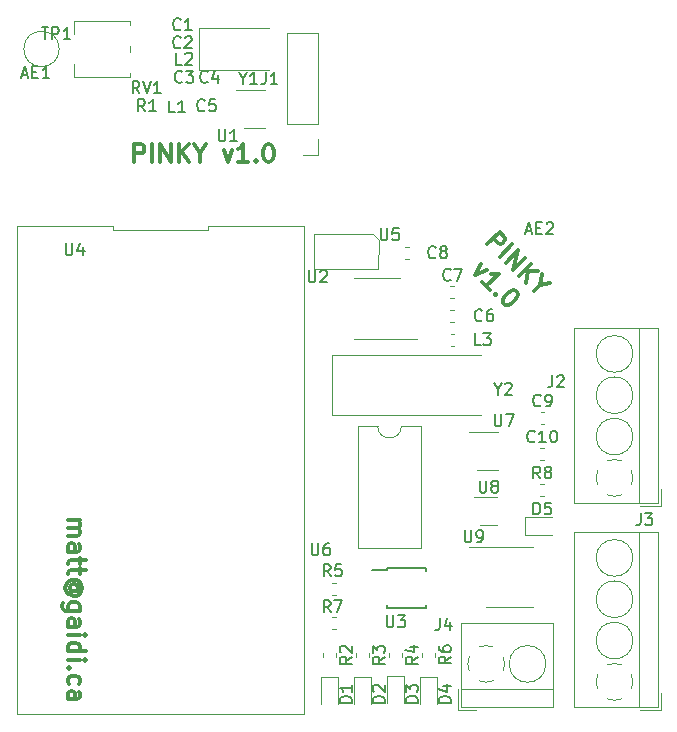
<source format=gbr>
G04 #@! TF.GenerationSoftware,KiCad,Pcbnew,(5.1.5-0-10_14)*
G04 #@! TF.CreationDate,2020-06-30T17:37:43-04:00*
G04 #@! TF.ProjectId,Pinky,50696e6b-792e-46b6-9963-61645f706362,rev?*
G04 #@! TF.SameCoordinates,Original*
G04 #@! TF.FileFunction,Legend,Top*
G04 #@! TF.FilePolarity,Positive*
%FSLAX46Y46*%
G04 Gerber Fmt 4.6, Leading zero omitted, Abs format (unit mm)*
G04 Created by KiCad (PCBNEW (5.1.5-0-10_14)) date 2020-06-30 17:37:43*
%MOMM*%
%LPD*%
G04 APERTURE LIST*
%ADD10C,0.300000*%
%ADD11C,0.120000*%
%ADD12C,0.150000*%
G04 APERTURE END LIST*
D10*
X119590428Y-99870571D02*
X120590428Y-99870571D01*
X120447571Y-99870571D02*
X120519000Y-99942000D01*
X120590428Y-100084857D01*
X120590428Y-100299142D01*
X120519000Y-100442000D01*
X120376142Y-100513428D01*
X119590428Y-100513428D01*
X120376142Y-100513428D02*
X120519000Y-100584857D01*
X120590428Y-100727714D01*
X120590428Y-100942000D01*
X120519000Y-101084857D01*
X120376142Y-101156285D01*
X119590428Y-101156285D01*
X119590428Y-102513428D02*
X120376142Y-102513428D01*
X120519000Y-102442000D01*
X120590428Y-102299142D01*
X120590428Y-102013428D01*
X120519000Y-101870571D01*
X119661857Y-102513428D02*
X119590428Y-102370571D01*
X119590428Y-102013428D01*
X119661857Y-101870571D01*
X119804714Y-101799142D01*
X119947571Y-101799142D01*
X120090428Y-101870571D01*
X120161857Y-102013428D01*
X120161857Y-102370571D01*
X120233285Y-102513428D01*
X120590428Y-103013428D02*
X120590428Y-103584857D01*
X121090428Y-103227714D02*
X119804714Y-103227714D01*
X119661857Y-103299142D01*
X119590428Y-103442000D01*
X119590428Y-103584857D01*
X120590428Y-103870571D02*
X120590428Y-104442000D01*
X121090428Y-104084857D02*
X119804714Y-104084857D01*
X119661857Y-104156285D01*
X119590428Y-104299142D01*
X119590428Y-104442000D01*
X120304714Y-105870571D02*
X120376142Y-105799142D01*
X120447571Y-105656285D01*
X120447571Y-105513428D01*
X120376142Y-105370571D01*
X120304714Y-105299142D01*
X120161857Y-105227714D01*
X120019000Y-105227714D01*
X119876142Y-105299142D01*
X119804714Y-105370571D01*
X119733285Y-105513428D01*
X119733285Y-105656285D01*
X119804714Y-105799142D01*
X119876142Y-105870571D01*
X120447571Y-105870571D02*
X119876142Y-105870571D01*
X119804714Y-105942000D01*
X119804714Y-106013428D01*
X119876142Y-106156285D01*
X120019000Y-106227714D01*
X120376142Y-106227714D01*
X120590428Y-106084857D01*
X120733285Y-105870571D01*
X120804714Y-105584857D01*
X120733285Y-105299142D01*
X120590428Y-105084857D01*
X120376142Y-104942000D01*
X120090428Y-104870571D01*
X119804714Y-104942000D01*
X119590428Y-105084857D01*
X119447571Y-105299142D01*
X119376142Y-105584857D01*
X119447571Y-105870571D01*
X119590428Y-106084857D01*
X120590428Y-107513428D02*
X119376142Y-107513428D01*
X119233285Y-107442000D01*
X119161857Y-107370571D01*
X119090428Y-107227714D01*
X119090428Y-107013428D01*
X119161857Y-106870571D01*
X119661857Y-107513428D02*
X119590428Y-107370571D01*
X119590428Y-107084857D01*
X119661857Y-106942000D01*
X119733285Y-106870571D01*
X119876142Y-106799142D01*
X120304714Y-106799142D01*
X120447571Y-106870571D01*
X120519000Y-106942000D01*
X120590428Y-107084857D01*
X120590428Y-107370571D01*
X120519000Y-107513428D01*
X119590428Y-108870571D02*
X120376142Y-108870571D01*
X120519000Y-108799142D01*
X120590428Y-108656285D01*
X120590428Y-108370571D01*
X120519000Y-108227714D01*
X119661857Y-108870571D02*
X119590428Y-108727714D01*
X119590428Y-108370571D01*
X119661857Y-108227714D01*
X119804714Y-108156285D01*
X119947571Y-108156285D01*
X120090428Y-108227714D01*
X120161857Y-108370571D01*
X120161857Y-108727714D01*
X120233285Y-108870571D01*
X119590428Y-109584857D02*
X120590428Y-109584857D01*
X121090428Y-109584857D02*
X121019000Y-109513428D01*
X120947571Y-109584857D01*
X121019000Y-109656285D01*
X121090428Y-109584857D01*
X120947571Y-109584857D01*
X119590428Y-110942000D02*
X121090428Y-110942000D01*
X119661857Y-110942000D02*
X119590428Y-110799142D01*
X119590428Y-110513428D01*
X119661857Y-110370571D01*
X119733285Y-110299142D01*
X119876142Y-110227714D01*
X120304714Y-110227714D01*
X120447571Y-110299142D01*
X120519000Y-110370571D01*
X120590428Y-110513428D01*
X120590428Y-110799142D01*
X120519000Y-110942000D01*
X119590428Y-111656285D02*
X120590428Y-111656285D01*
X121090428Y-111656285D02*
X121019000Y-111584857D01*
X120947571Y-111656285D01*
X121019000Y-111727714D01*
X121090428Y-111656285D01*
X120947571Y-111656285D01*
X119733285Y-112370571D02*
X119661857Y-112442000D01*
X119590428Y-112370571D01*
X119661857Y-112299142D01*
X119733285Y-112370571D01*
X119590428Y-112370571D01*
X119661857Y-113727714D02*
X119590428Y-113584857D01*
X119590428Y-113299142D01*
X119661857Y-113156285D01*
X119733285Y-113084857D01*
X119876142Y-113013428D01*
X120304714Y-113013428D01*
X120447571Y-113084857D01*
X120519000Y-113156285D01*
X120590428Y-113299142D01*
X120590428Y-113584857D01*
X120519000Y-113727714D01*
X119590428Y-115013428D02*
X120376142Y-115013428D01*
X120519000Y-114942000D01*
X120590428Y-114799142D01*
X120590428Y-114513428D01*
X120519000Y-114370571D01*
X119661857Y-115013428D02*
X119590428Y-114870571D01*
X119590428Y-114513428D01*
X119661857Y-114370571D01*
X119804714Y-114299142D01*
X119947571Y-114299142D01*
X120090428Y-114370571D01*
X120161857Y-114513428D01*
X120161857Y-114870571D01*
X120233285Y-115013428D01*
X155068925Y-76501448D02*
X156129585Y-75440788D01*
X156533647Y-75844849D01*
X156584154Y-75996372D01*
X156584154Y-76097387D01*
X156533647Y-76248910D01*
X156382124Y-76400433D01*
X156230601Y-76450941D01*
X156129585Y-76450941D01*
X155978063Y-76400433D01*
X155574002Y-75996372D01*
X156129585Y-77562108D02*
X157190246Y-76501448D01*
X156634662Y-78067185D02*
X157695322Y-77006525D01*
X157240753Y-78673276D01*
X158301413Y-77612616D01*
X157745830Y-79178352D02*
X158806490Y-78117692D01*
X158351921Y-79784444D02*
X158503444Y-78723784D01*
X159412581Y-78723784D02*
X158200398Y-78723784D01*
X159513597Y-79935967D02*
X159008520Y-80441043D01*
X159715627Y-79026830D02*
X159513597Y-79935967D01*
X160422734Y-79733936D01*
X154528494Y-78153047D02*
X154073925Y-79112692D01*
X155033570Y-78658124D01*
X155286108Y-80324875D02*
X154680017Y-79718784D01*
X154983063Y-80021830D02*
X156043723Y-78961169D01*
X155791185Y-79011677D01*
X155589154Y-79011677D01*
X155437631Y-78961169D01*
X155841692Y-80678429D02*
X155841692Y-80779444D01*
X155740677Y-80779444D01*
X155740677Y-80678429D01*
X155841692Y-80678429D01*
X155740677Y-80779444D01*
X157508444Y-80425891D02*
X157609459Y-80526906D01*
X157659967Y-80678429D01*
X157659967Y-80779444D01*
X157609459Y-80930967D01*
X157457936Y-81183505D01*
X157205398Y-81436043D01*
X156952860Y-81587566D01*
X156801337Y-81638074D01*
X156700322Y-81638074D01*
X156548799Y-81587566D01*
X156447784Y-81486551D01*
X156397276Y-81335028D01*
X156397276Y-81234013D01*
X156447784Y-81082490D01*
X156599307Y-80829952D01*
X156851845Y-80577413D01*
X157104383Y-80425891D01*
X157255906Y-80375383D01*
X157356921Y-80375383D01*
X157508444Y-80425891D01*
X125206857Y-69512571D02*
X125206857Y-68012571D01*
X125778285Y-68012571D01*
X125921142Y-68084000D01*
X125992571Y-68155428D01*
X126064000Y-68298285D01*
X126064000Y-68512571D01*
X125992571Y-68655428D01*
X125921142Y-68726857D01*
X125778285Y-68798285D01*
X125206857Y-68798285D01*
X126706857Y-69512571D02*
X126706857Y-68012571D01*
X127421142Y-69512571D02*
X127421142Y-68012571D01*
X128278285Y-69512571D01*
X128278285Y-68012571D01*
X128992571Y-69512571D02*
X128992571Y-68012571D01*
X129849714Y-69512571D02*
X129206857Y-68655428D01*
X129849714Y-68012571D02*
X128992571Y-68869714D01*
X130778285Y-68798285D02*
X130778285Y-69512571D01*
X130278285Y-68012571D02*
X130778285Y-68798285D01*
X131278285Y-68012571D01*
X132778285Y-68512571D02*
X133135428Y-69512571D01*
X133492571Y-68512571D01*
X134849714Y-69512571D02*
X133992571Y-69512571D01*
X134421142Y-69512571D02*
X134421142Y-68012571D01*
X134278285Y-68226857D01*
X134135428Y-68369714D01*
X133992571Y-68441142D01*
X135492571Y-69369714D02*
X135564000Y-69441142D01*
X135492571Y-69512571D01*
X135421142Y-69441142D01*
X135492571Y-69369714D01*
X135492571Y-69512571D01*
X136492571Y-68012571D02*
X136635428Y-68012571D01*
X136778285Y-68084000D01*
X136849714Y-68155428D01*
X136921142Y-68298285D01*
X136992571Y-68584000D01*
X136992571Y-68941142D01*
X136921142Y-69226857D01*
X136849714Y-69369714D01*
X136778285Y-69441142D01*
X136635428Y-69512571D01*
X136492571Y-69512571D01*
X136349714Y-69441142D01*
X136278285Y-69369714D01*
X136206857Y-69226857D01*
X136135428Y-68941142D01*
X136135428Y-68584000D01*
X136206857Y-68298285D01*
X136278285Y-68155428D01*
X136349714Y-68084000D01*
X136492571Y-68012571D01*
D11*
X130676000Y-61744000D02*
X136576000Y-61744000D01*
X130676000Y-58144000D02*
X130676000Y-61744000D01*
X136576000Y-58144000D02*
X130676000Y-58144000D01*
X141958000Y-90942000D02*
X154558000Y-90942000D01*
X141958000Y-85842000D02*
X141958000Y-90942000D01*
X154558000Y-85842000D02*
X141958000Y-85842000D01*
X156972000Y-102088000D02*
X153522000Y-102088000D01*
X156972000Y-102088000D02*
X158922000Y-102088000D01*
X156972000Y-107208000D02*
X155022000Y-107208000D01*
X156972000Y-107208000D02*
X158922000Y-107208000D01*
X154494000Y-100220000D02*
X155894000Y-100220000D01*
X155894000Y-97900000D02*
X153994000Y-97900000D01*
X156010000Y-92370000D02*
X153560000Y-92370000D01*
X154210000Y-95590000D02*
X156010000Y-95590000D01*
X149462000Y-91888000D02*
X147812000Y-91888000D01*
X149462000Y-102168000D02*
X149462000Y-91888000D01*
X144162000Y-102168000D02*
X149462000Y-102168000D01*
X144162000Y-91888000D02*
X144162000Y-102168000D01*
X145812000Y-91888000D02*
X144162000Y-91888000D01*
X147812000Y-91888000D02*
G75*
G02X145812000Y-91888000I-1000000J0D01*
G01*
X140379000Y-75585000D02*
X145379000Y-75585000D01*
X140379000Y-78585000D02*
X140379000Y-75585000D01*
X145879000Y-78585000D02*
X140379000Y-78585000D01*
X145884000Y-76085000D02*
X145879000Y-78585000D01*
X145379000Y-75585000D02*
X145884000Y-76085000D01*
X123366667Y-74944000D02*
X115260001Y-74944000D01*
X123366667Y-75304000D02*
X123366667Y-74944000D01*
X131473333Y-75304000D02*
X123366667Y-75304000D01*
X131473333Y-74944000D02*
X131473333Y-75304000D01*
X139580000Y-74944000D02*
X131473333Y-74944000D01*
X139579999Y-116244000D02*
X139580000Y-74944000D01*
X115260000Y-116244000D02*
X139579999Y-116244000D01*
X115260001Y-74944000D02*
X115260000Y-116244000D01*
D12*
X146575000Y-104093000D02*
X145325000Y-104093000D01*
X146575000Y-107268000D02*
X149925000Y-107268000D01*
X146575000Y-103918000D02*
X149925000Y-103918000D01*
X146575000Y-107268000D02*
X146575000Y-107018000D01*
X149925000Y-107268000D02*
X149925000Y-107018000D01*
X149925000Y-103918000D02*
X149925000Y-104168000D01*
X146575000Y-103918000D02*
X146575000Y-104093000D01*
D11*
X145731000Y-84475000D02*
X149181000Y-84475000D01*
X145731000Y-84475000D02*
X143781000Y-84475000D01*
X145731000Y-79355000D02*
X147681000Y-79355000D01*
X145731000Y-79355000D02*
X143781000Y-79355000D01*
X136282000Y-63414000D02*
X133832000Y-63414000D01*
X134482000Y-66634000D02*
X136282000Y-66634000D01*
X118848000Y-59944000D02*
G75*
G03X118848000Y-59944000I-1500000J0D01*
G01*
X124830000Y-62314000D02*
X120090000Y-62314000D01*
X124830000Y-57574000D02*
X120090000Y-57574000D01*
X120090000Y-61184000D02*
X120090000Y-62314000D01*
X120090000Y-57574000D02*
X120090000Y-58704000D01*
X124830000Y-59685000D02*
X124830000Y-60204000D01*
X124830000Y-57574000D02*
X124830000Y-57905000D01*
X124830000Y-61984000D02*
X124830000Y-62314000D01*
X159577721Y-97792000D02*
X159903279Y-97792000D01*
X159577721Y-96772000D02*
X159903279Y-96772000D01*
X142250279Y-108075000D02*
X141924721Y-108075000D01*
X142250279Y-109095000D02*
X141924721Y-109095000D01*
X149604000Y-111063721D02*
X149604000Y-111389279D01*
X150624000Y-111063721D02*
X150624000Y-111389279D01*
X142275779Y-105154000D02*
X141950221Y-105154000D01*
X142275779Y-106174000D02*
X141950221Y-106174000D01*
X146810000Y-111089221D02*
X146810000Y-111414779D01*
X147830000Y-111089221D02*
X147830000Y-111414779D01*
X144016000Y-111089221D02*
X144016000Y-111414779D01*
X145036000Y-111089221D02*
X145036000Y-111414779D01*
X141222000Y-111089221D02*
X141222000Y-111414779D01*
X142242000Y-111089221D02*
X142242000Y-111414779D01*
X152308779Y-84072000D02*
X151983221Y-84072000D01*
X152308779Y-85092000D02*
X151983221Y-85092000D01*
X152596000Y-115914000D02*
X154096000Y-115914000D01*
X152596000Y-114174000D02*
X152596000Y-115914000D01*
X160656000Y-108554000D02*
X160656000Y-115674000D01*
X152836000Y-108554000D02*
X152836000Y-115674000D01*
X152836000Y-115674000D02*
X160656000Y-115674000D01*
X152836000Y-108554000D02*
X160656000Y-108554000D01*
X152836000Y-114114000D02*
X160656000Y-114114000D01*
X160051000Y-112014000D02*
G75*
G03X160051000Y-112014000I-1555000J0D01*
G01*
X155023011Y-113569492D02*
G75*
G02X154388000Y-113446000I-27011J1555492D01*
G01*
X153563891Y-112621742D02*
G75*
G02X153564000Y-111406000I1432109J607742D01*
G01*
X154388258Y-110581891D02*
G75*
G02X155604000Y-110582000I607742J-1432109D01*
G01*
X156428109Y-111406258D02*
G75*
G02X156428000Y-112622000I-1432109J-607742D01*
G01*
X155603587Y-113445385D02*
G75*
G02X154996000Y-113569000I-607587J1431385D01*
G01*
X169762000Y-115938000D02*
X169762000Y-114438000D01*
X168022000Y-115938000D02*
X169762000Y-115938000D01*
X162402000Y-100878000D02*
X169522000Y-100878000D01*
X162402000Y-115698000D02*
X169522000Y-115698000D01*
X169522000Y-115698000D02*
X169522000Y-100878000D01*
X162402000Y-115698000D02*
X162402000Y-100878000D01*
X167962000Y-115698000D02*
X167962000Y-100878000D01*
X167417000Y-103038000D02*
G75*
G03X167417000Y-103038000I-1555000J0D01*
G01*
X167417000Y-106538000D02*
G75*
G03X167417000Y-106538000I-1555000J0D01*
G01*
X167417000Y-110038000D02*
G75*
G03X167417000Y-110038000I-1555000J0D01*
G01*
X167417492Y-113510989D02*
G75*
G02X167294000Y-114146000I-1555492J-27011D01*
G01*
X166469742Y-114970109D02*
G75*
G02X165254000Y-114970000I-607742J1432109D01*
G01*
X164429891Y-114145742D02*
G75*
G02X164430000Y-112930000I1432109J607742D01*
G01*
X165254258Y-112105891D02*
G75*
G02X166470000Y-112106000I607742J-1432109D01*
G01*
X167293385Y-112930413D02*
G75*
G02X167417000Y-113538000I-1431385J-607587D01*
G01*
X169762000Y-98666000D02*
X169762000Y-97166000D01*
X168022000Y-98666000D02*
X169762000Y-98666000D01*
X162402000Y-83606000D02*
X169522000Y-83606000D01*
X162402000Y-98426000D02*
X169522000Y-98426000D01*
X169522000Y-98426000D02*
X169522000Y-83606000D01*
X162402000Y-98426000D02*
X162402000Y-83606000D01*
X167962000Y-98426000D02*
X167962000Y-83606000D01*
X167417000Y-85766000D02*
G75*
G03X167417000Y-85766000I-1555000J0D01*
G01*
X167417000Y-89266000D02*
G75*
G03X167417000Y-89266000I-1555000J0D01*
G01*
X167417000Y-92766000D02*
G75*
G03X167417000Y-92766000I-1555000J0D01*
G01*
X167417492Y-96238989D02*
G75*
G02X167294000Y-96874000I-1555492J-27011D01*
G01*
X166469742Y-97698109D02*
G75*
G02X165254000Y-97698000I-607742J1432109D01*
G01*
X164429891Y-96873742D02*
G75*
G02X164430000Y-95658000I1432109J607742D01*
G01*
X165254258Y-94833891D02*
G75*
G02X166470000Y-94834000I607742J-1432109D01*
G01*
X167293385Y-95658413D02*
G75*
G02X167417000Y-96266000I-1431385J-607587D01*
G01*
X140776000Y-68894000D02*
X139446000Y-68894000D01*
X140776000Y-67564000D02*
X140776000Y-68894000D01*
X140776000Y-66294000D02*
X138116000Y-66294000D01*
X138116000Y-66294000D02*
X138116000Y-58614000D01*
X140776000Y-66294000D02*
X140776000Y-58614000D01*
X140776000Y-58614000D02*
X138116000Y-58614000D01*
X158255500Y-101065000D02*
X160540500Y-101065000D01*
X158255500Y-99595000D02*
X158255500Y-101065000D01*
X160540500Y-99595000D02*
X158255500Y-99595000D01*
X149379000Y-113094500D02*
X149379000Y-115379500D01*
X150849000Y-113094500D02*
X149379000Y-113094500D01*
X150849000Y-115379500D02*
X150849000Y-113094500D01*
X146585000Y-113069000D02*
X146585000Y-115354000D01*
X148055000Y-113069000D02*
X146585000Y-113069000D01*
X148055000Y-115354000D02*
X148055000Y-113069000D01*
X143791000Y-113094500D02*
X143791000Y-115379500D01*
X145261000Y-113094500D02*
X143791000Y-113094500D01*
X145261000Y-115379500D02*
X145261000Y-113094500D01*
X140997000Y-113094500D02*
X140997000Y-115379500D01*
X142467000Y-113094500D02*
X140997000Y-113094500D01*
X142467000Y-115379500D02*
X142467000Y-113094500D01*
X159577721Y-94744000D02*
X159903279Y-94744000D01*
X159577721Y-93724000D02*
X159903279Y-93724000D01*
X159603221Y-91696000D02*
X159928779Y-91696000D01*
X159603221Y-90676000D02*
X159928779Y-90676000D01*
X148473279Y-76706000D02*
X148147721Y-76706000D01*
X148473279Y-77726000D02*
X148147721Y-77726000D01*
X152283279Y-80008000D02*
X151957721Y-80008000D01*
X152283279Y-81028000D02*
X151957721Y-81028000D01*
X152283279Y-82040000D02*
X151957721Y-82040000D01*
X152283279Y-83060000D02*
X151957721Y-83060000D01*
D12*
X158345333Y-75350666D02*
X158821523Y-75350666D01*
X158250095Y-75636380D02*
X158583428Y-74636380D01*
X158916761Y-75636380D01*
X159250095Y-75112571D02*
X159583428Y-75112571D01*
X159726285Y-75636380D02*
X159250095Y-75636380D01*
X159250095Y-74636380D01*
X159726285Y-74636380D01*
X160107238Y-74731619D02*
X160154857Y-74684000D01*
X160250095Y-74636380D01*
X160488190Y-74636380D01*
X160583428Y-74684000D01*
X160631047Y-74731619D01*
X160678666Y-74826857D01*
X160678666Y-74922095D01*
X160631047Y-75064952D01*
X160059619Y-75636380D01*
X160678666Y-75636380D01*
X115673333Y-62142666D02*
X116149523Y-62142666D01*
X115578095Y-62428380D02*
X115911428Y-61428380D01*
X116244761Y-62428380D01*
X116578095Y-61904571D02*
X116911428Y-61904571D01*
X117054285Y-62428380D02*
X116578095Y-62428380D01*
X116578095Y-61428380D01*
X117054285Y-61428380D01*
X118006666Y-62428380D02*
X117435238Y-62428380D01*
X117720952Y-62428380D02*
X117720952Y-61428380D01*
X117625714Y-61571238D01*
X117530476Y-61666476D01*
X117435238Y-61714095D01*
X129119333Y-58269142D02*
X129071714Y-58316761D01*
X128928857Y-58364380D01*
X128833619Y-58364380D01*
X128690761Y-58316761D01*
X128595523Y-58221523D01*
X128547904Y-58126285D01*
X128500285Y-57935809D01*
X128500285Y-57792952D01*
X128547904Y-57602476D01*
X128595523Y-57507238D01*
X128690761Y-57412000D01*
X128833619Y-57364380D01*
X128928857Y-57364380D01*
X129071714Y-57412000D01*
X129119333Y-57459619D01*
X130071714Y-58364380D02*
X129500285Y-58364380D01*
X129786000Y-58364380D02*
X129786000Y-57364380D01*
X129690761Y-57507238D01*
X129595523Y-57602476D01*
X129500285Y-57650095D01*
X129119333Y-59793142D02*
X129071714Y-59840761D01*
X128928857Y-59888380D01*
X128833619Y-59888380D01*
X128690761Y-59840761D01*
X128595523Y-59745523D01*
X128547904Y-59650285D01*
X128500285Y-59459809D01*
X128500285Y-59316952D01*
X128547904Y-59126476D01*
X128595523Y-59031238D01*
X128690761Y-58936000D01*
X128833619Y-58888380D01*
X128928857Y-58888380D01*
X129071714Y-58936000D01*
X129119333Y-58983619D01*
X129500285Y-58983619D02*
X129547904Y-58936000D01*
X129643142Y-58888380D01*
X129881238Y-58888380D01*
X129976476Y-58936000D01*
X130024095Y-58983619D01*
X130071714Y-59078857D01*
X130071714Y-59174095D01*
X130024095Y-59316952D01*
X129452666Y-59888380D01*
X130071714Y-59888380D01*
X129246333Y-61285380D02*
X128770142Y-61285380D01*
X128770142Y-60285380D01*
X129532047Y-60380619D02*
X129579666Y-60333000D01*
X129674904Y-60285380D01*
X129913000Y-60285380D01*
X130008238Y-60333000D01*
X130055857Y-60380619D01*
X130103476Y-60475857D01*
X130103476Y-60571095D01*
X130055857Y-60713952D01*
X129484428Y-61285380D01*
X130103476Y-61285380D01*
X134397809Y-62460190D02*
X134397809Y-62936380D01*
X134064476Y-61936380D02*
X134397809Y-62460190D01*
X134731142Y-61936380D01*
X135588285Y-62936380D02*
X135016857Y-62936380D01*
X135302571Y-62936380D02*
X135302571Y-61936380D01*
X135207333Y-62079238D01*
X135112095Y-62174476D01*
X135016857Y-62222095D01*
X155987809Y-88749190D02*
X155987809Y-89225380D01*
X155654476Y-88225380D02*
X155987809Y-88749190D01*
X156321142Y-88225380D01*
X156606857Y-88320619D02*
X156654476Y-88273000D01*
X156749714Y-88225380D01*
X156987809Y-88225380D01*
X157083047Y-88273000D01*
X157130666Y-88320619D01*
X157178285Y-88415857D01*
X157178285Y-88511095D01*
X157130666Y-88653952D01*
X156559238Y-89225380D01*
X157178285Y-89225380D01*
X153162095Y-100700380D02*
X153162095Y-101509904D01*
X153209714Y-101605142D01*
X153257333Y-101652761D01*
X153352571Y-101700380D01*
X153543047Y-101700380D01*
X153638285Y-101652761D01*
X153685904Y-101605142D01*
X153733523Y-101509904D01*
X153733523Y-100700380D01*
X154257333Y-101700380D02*
X154447809Y-101700380D01*
X154543047Y-101652761D01*
X154590666Y-101605142D01*
X154685904Y-101462285D01*
X154733523Y-101271809D01*
X154733523Y-100890857D01*
X154685904Y-100795619D01*
X154638285Y-100748000D01*
X154543047Y-100700380D01*
X154352571Y-100700380D01*
X154257333Y-100748000D01*
X154209714Y-100795619D01*
X154162095Y-100890857D01*
X154162095Y-101128952D01*
X154209714Y-101224190D01*
X154257333Y-101271809D01*
X154352571Y-101319428D01*
X154543047Y-101319428D01*
X154638285Y-101271809D01*
X154685904Y-101224190D01*
X154733523Y-101128952D01*
X154432095Y-96512380D02*
X154432095Y-97321904D01*
X154479714Y-97417142D01*
X154527333Y-97464761D01*
X154622571Y-97512380D01*
X154813047Y-97512380D01*
X154908285Y-97464761D01*
X154955904Y-97417142D01*
X155003523Y-97321904D01*
X155003523Y-96512380D01*
X155622571Y-96940952D02*
X155527333Y-96893333D01*
X155479714Y-96845714D01*
X155432095Y-96750476D01*
X155432095Y-96702857D01*
X155479714Y-96607619D01*
X155527333Y-96560000D01*
X155622571Y-96512380D01*
X155813047Y-96512380D01*
X155908285Y-96560000D01*
X155955904Y-96607619D01*
X156003523Y-96702857D01*
X156003523Y-96750476D01*
X155955904Y-96845714D01*
X155908285Y-96893333D01*
X155813047Y-96940952D01*
X155622571Y-96940952D01*
X155527333Y-96988571D01*
X155479714Y-97036190D01*
X155432095Y-97131428D01*
X155432095Y-97321904D01*
X155479714Y-97417142D01*
X155527333Y-97464761D01*
X155622571Y-97512380D01*
X155813047Y-97512380D01*
X155908285Y-97464761D01*
X155955904Y-97417142D01*
X156003523Y-97321904D01*
X156003523Y-97131428D01*
X155955904Y-97036190D01*
X155908285Y-96988571D01*
X155813047Y-96940952D01*
X155702095Y-90892380D02*
X155702095Y-91701904D01*
X155749714Y-91797142D01*
X155797333Y-91844761D01*
X155892571Y-91892380D01*
X156083047Y-91892380D01*
X156178285Y-91844761D01*
X156225904Y-91797142D01*
X156273523Y-91701904D01*
X156273523Y-90892380D01*
X156654476Y-90892380D02*
X157321142Y-90892380D01*
X156892571Y-91892380D01*
X140208095Y-101814380D02*
X140208095Y-102623904D01*
X140255714Y-102719142D01*
X140303333Y-102766761D01*
X140398571Y-102814380D01*
X140589047Y-102814380D01*
X140684285Y-102766761D01*
X140731904Y-102719142D01*
X140779523Y-102623904D01*
X140779523Y-101814380D01*
X141684285Y-101814380D02*
X141493809Y-101814380D01*
X141398571Y-101862000D01*
X141350952Y-101909619D01*
X141255714Y-102052476D01*
X141208095Y-102242952D01*
X141208095Y-102623904D01*
X141255714Y-102719142D01*
X141303333Y-102766761D01*
X141398571Y-102814380D01*
X141589047Y-102814380D01*
X141684285Y-102766761D01*
X141731904Y-102719142D01*
X141779523Y-102623904D01*
X141779523Y-102385809D01*
X141731904Y-102290571D01*
X141684285Y-102242952D01*
X141589047Y-102195333D01*
X141398571Y-102195333D01*
X141303333Y-102242952D01*
X141255714Y-102290571D01*
X141208095Y-102385809D01*
X146050095Y-75144380D02*
X146050095Y-75953904D01*
X146097714Y-76049142D01*
X146145333Y-76096761D01*
X146240571Y-76144380D01*
X146431047Y-76144380D01*
X146526285Y-76096761D01*
X146573904Y-76049142D01*
X146621523Y-75953904D01*
X146621523Y-75144380D01*
X147573904Y-75144380D02*
X147097714Y-75144380D01*
X147050095Y-75620571D01*
X147097714Y-75572952D01*
X147192952Y-75525333D01*
X147431047Y-75525333D01*
X147526285Y-75572952D01*
X147573904Y-75620571D01*
X147621523Y-75715809D01*
X147621523Y-75953904D01*
X147573904Y-76049142D01*
X147526285Y-76096761D01*
X147431047Y-76144380D01*
X147192952Y-76144380D01*
X147097714Y-76096761D01*
X147050095Y-76049142D01*
X119380095Y-76414380D02*
X119380095Y-77223904D01*
X119427714Y-77319142D01*
X119475333Y-77366761D01*
X119570571Y-77414380D01*
X119761047Y-77414380D01*
X119856285Y-77366761D01*
X119903904Y-77319142D01*
X119951523Y-77223904D01*
X119951523Y-76414380D01*
X120856285Y-76747714D02*
X120856285Y-77414380D01*
X120618190Y-76366761D02*
X120380095Y-77081047D01*
X120999142Y-77081047D01*
X146558095Y-107910380D02*
X146558095Y-108719904D01*
X146605714Y-108815142D01*
X146653333Y-108862761D01*
X146748571Y-108910380D01*
X146939047Y-108910380D01*
X147034285Y-108862761D01*
X147081904Y-108815142D01*
X147129523Y-108719904D01*
X147129523Y-107910380D01*
X147510476Y-107910380D02*
X148129523Y-107910380D01*
X147796190Y-108291333D01*
X147939047Y-108291333D01*
X148034285Y-108338952D01*
X148081904Y-108386571D01*
X148129523Y-108481809D01*
X148129523Y-108719904D01*
X148081904Y-108815142D01*
X148034285Y-108862761D01*
X147939047Y-108910380D01*
X147653333Y-108910380D01*
X147558095Y-108862761D01*
X147510476Y-108815142D01*
X139954095Y-78700380D02*
X139954095Y-79509904D01*
X140001714Y-79605142D01*
X140049333Y-79652761D01*
X140144571Y-79700380D01*
X140335047Y-79700380D01*
X140430285Y-79652761D01*
X140477904Y-79605142D01*
X140525523Y-79509904D01*
X140525523Y-78700380D01*
X140954095Y-78795619D02*
X141001714Y-78748000D01*
X141096952Y-78700380D01*
X141335047Y-78700380D01*
X141430285Y-78748000D01*
X141477904Y-78795619D01*
X141525523Y-78890857D01*
X141525523Y-78986095D01*
X141477904Y-79128952D01*
X140906476Y-79700380D01*
X141525523Y-79700380D01*
X132334095Y-66762380D02*
X132334095Y-67571904D01*
X132381714Y-67667142D01*
X132429333Y-67714761D01*
X132524571Y-67762380D01*
X132715047Y-67762380D01*
X132810285Y-67714761D01*
X132857904Y-67667142D01*
X132905523Y-67571904D01*
X132905523Y-66762380D01*
X133905523Y-67762380D02*
X133334095Y-67762380D01*
X133619809Y-67762380D02*
X133619809Y-66762380D01*
X133524571Y-66905238D01*
X133429333Y-67000476D01*
X133334095Y-67048095D01*
X117356095Y-58126380D02*
X117927523Y-58126380D01*
X117641809Y-59126380D02*
X117641809Y-58126380D01*
X118260857Y-59126380D02*
X118260857Y-58126380D01*
X118641809Y-58126380D01*
X118737047Y-58174000D01*
X118784666Y-58221619D01*
X118832285Y-58316857D01*
X118832285Y-58459714D01*
X118784666Y-58554952D01*
X118737047Y-58602571D01*
X118641809Y-58650190D01*
X118260857Y-58650190D01*
X119784666Y-59126380D02*
X119213238Y-59126380D01*
X119498952Y-59126380D02*
X119498952Y-58126380D01*
X119403714Y-58269238D01*
X119308476Y-58364476D01*
X119213238Y-58412095D01*
X125642761Y-63698380D02*
X125309428Y-63222190D01*
X125071333Y-63698380D02*
X125071333Y-62698380D01*
X125452285Y-62698380D01*
X125547523Y-62746000D01*
X125595142Y-62793619D01*
X125642761Y-62888857D01*
X125642761Y-63031714D01*
X125595142Y-63126952D01*
X125547523Y-63174571D01*
X125452285Y-63222190D01*
X125071333Y-63222190D01*
X125928476Y-62698380D02*
X126261809Y-63698380D01*
X126595142Y-62698380D01*
X127452285Y-63698380D02*
X126880857Y-63698380D01*
X127166571Y-63698380D02*
X127166571Y-62698380D01*
X127071333Y-62841238D01*
X126976095Y-62936476D01*
X126880857Y-62984095D01*
X159573833Y-96304380D02*
X159240500Y-95828190D01*
X159002404Y-96304380D02*
X159002404Y-95304380D01*
X159383357Y-95304380D01*
X159478595Y-95352000D01*
X159526214Y-95399619D01*
X159573833Y-95494857D01*
X159573833Y-95637714D01*
X159526214Y-95732952D01*
X159478595Y-95780571D01*
X159383357Y-95828190D01*
X159002404Y-95828190D01*
X160145261Y-95732952D02*
X160050023Y-95685333D01*
X160002404Y-95637714D01*
X159954785Y-95542476D01*
X159954785Y-95494857D01*
X160002404Y-95399619D01*
X160050023Y-95352000D01*
X160145261Y-95304380D01*
X160335738Y-95304380D01*
X160430976Y-95352000D01*
X160478595Y-95399619D01*
X160526214Y-95494857D01*
X160526214Y-95542476D01*
X160478595Y-95637714D01*
X160430976Y-95685333D01*
X160335738Y-95732952D01*
X160145261Y-95732952D01*
X160050023Y-95780571D01*
X160002404Y-95828190D01*
X159954785Y-95923428D01*
X159954785Y-96113904D01*
X160002404Y-96209142D01*
X160050023Y-96256761D01*
X160145261Y-96304380D01*
X160335738Y-96304380D01*
X160430976Y-96256761D01*
X160478595Y-96209142D01*
X160526214Y-96113904D01*
X160526214Y-95923428D01*
X160478595Y-95828190D01*
X160430976Y-95780571D01*
X160335738Y-95732952D01*
X141819333Y-107640380D02*
X141486000Y-107164190D01*
X141247904Y-107640380D02*
X141247904Y-106640380D01*
X141628857Y-106640380D01*
X141724095Y-106688000D01*
X141771714Y-106735619D01*
X141819333Y-106830857D01*
X141819333Y-106973714D01*
X141771714Y-107068952D01*
X141724095Y-107116571D01*
X141628857Y-107164190D01*
X141247904Y-107164190D01*
X142152666Y-106640380D02*
X142819333Y-106640380D01*
X142390761Y-107640380D01*
X151996380Y-111393166D02*
X151520190Y-111726500D01*
X151996380Y-111964595D02*
X150996380Y-111964595D01*
X150996380Y-111583642D01*
X151044000Y-111488404D01*
X151091619Y-111440785D01*
X151186857Y-111393166D01*
X151329714Y-111393166D01*
X151424952Y-111440785D01*
X151472571Y-111488404D01*
X151520190Y-111583642D01*
X151520190Y-111964595D01*
X150996380Y-110536023D02*
X150996380Y-110726500D01*
X151044000Y-110821738D01*
X151091619Y-110869357D01*
X151234476Y-110964595D01*
X151424952Y-111012214D01*
X151805904Y-111012214D01*
X151901142Y-110964595D01*
X151948761Y-110916976D01*
X151996380Y-110821738D01*
X151996380Y-110631261D01*
X151948761Y-110536023D01*
X151901142Y-110488404D01*
X151805904Y-110440785D01*
X151567809Y-110440785D01*
X151472571Y-110488404D01*
X151424952Y-110536023D01*
X151377333Y-110631261D01*
X151377333Y-110821738D01*
X151424952Y-110916976D01*
X151472571Y-110964595D01*
X151567809Y-111012214D01*
X141819333Y-104592380D02*
X141486000Y-104116190D01*
X141247904Y-104592380D02*
X141247904Y-103592380D01*
X141628857Y-103592380D01*
X141724095Y-103640000D01*
X141771714Y-103687619D01*
X141819333Y-103782857D01*
X141819333Y-103925714D01*
X141771714Y-104020952D01*
X141724095Y-104068571D01*
X141628857Y-104116190D01*
X141247904Y-104116190D01*
X142724095Y-103592380D02*
X142247904Y-103592380D01*
X142200285Y-104068571D01*
X142247904Y-104020952D01*
X142343142Y-103973333D01*
X142581238Y-103973333D01*
X142676476Y-104020952D01*
X142724095Y-104068571D01*
X142771714Y-104163809D01*
X142771714Y-104401904D01*
X142724095Y-104497142D01*
X142676476Y-104544761D01*
X142581238Y-104592380D01*
X142343142Y-104592380D01*
X142247904Y-104544761D01*
X142200285Y-104497142D01*
X149202380Y-111418666D02*
X148726190Y-111752000D01*
X149202380Y-111990095D02*
X148202380Y-111990095D01*
X148202380Y-111609142D01*
X148250000Y-111513904D01*
X148297619Y-111466285D01*
X148392857Y-111418666D01*
X148535714Y-111418666D01*
X148630952Y-111466285D01*
X148678571Y-111513904D01*
X148726190Y-111609142D01*
X148726190Y-111990095D01*
X148535714Y-110561523D02*
X149202380Y-110561523D01*
X148154761Y-110799619D02*
X148869047Y-111037714D01*
X148869047Y-110418666D01*
X146408380Y-111418666D02*
X145932190Y-111752000D01*
X146408380Y-111990095D02*
X145408380Y-111990095D01*
X145408380Y-111609142D01*
X145456000Y-111513904D01*
X145503619Y-111466285D01*
X145598857Y-111418666D01*
X145741714Y-111418666D01*
X145836952Y-111466285D01*
X145884571Y-111513904D01*
X145932190Y-111609142D01*
X145932190Y-111990095D01*
X145408380Y-111085333D02*
X145408380Y-110466285D01*
X145789333Y-110799619D01*
X145789333Y-110656761D01*
X145836952Y-110561523D01*
X145884571Y-110513904D01*
X145979809Y-110466285D01*
X146217904Y-110466285D01*
X146313142Y-110513904D01*
X146360761Y-110561523D01*
X146408380Y-110656761D01*
X146408380Y-110942476D01*
X146360761Y-111037714D01*
X146313142Y-111085333D01*
X143614380Y-111418666D02*
X143138190Y-111752000D01*
X143614380Y-111990095D02*
X142614380Y-111990095D01*
X142614380Y-111609142D01*
X142662000Y-111513904D01*
X142709619Y-111466285D01*
X142804857Y-111418666D01*
X142947714Y-111418666D01*
X143042952Y-111466285D01*
X143090571Y-111513904D01*
X143138190Y-111609142D01*
X143138190Y-111990095D01*
X142709619Y-111037714D02*
X142662000Y-110990095D01*
X142614380Y-110894857D01*
X142614380Y-110656761D01*
X142662000Y-110561523D01*
X142709619Y-110513904D01*
X142804857Y-110466285D01*
X142900095Y-110466285D01*
X143042952Y-110513904D01*
X143614380Y-111085333D01*
X143614380Y-110466285D01*
X126094333Y-65222380D02*
X125761000Y-64746190D01*
X125522904Y-65222380D02*
X125522904Y-64222380D01*
X125903857Y-64222380D01*
X125999095Y-64270000D01*
X126046714Y-64317619D01*
X126094333Y-64412857D01*
X126094333Y-64555714D01*
X126046714Y-64650952D01*
X125999095Y-64698571D01*
X125903857Y-64746190D01*
X125522904Y-64746190D01*
X127046714Y-65222380D02*
X126475285Y-65222380D01*
X126761000Y-65222380D02*
X126761000Y-64222380D01*
X126665761Y-64365238D01*
X126570523Y-64460476D01*
X126475285Y-64508095D01*
X154519333Y-85034380D02*
X154043142Y-85034380D01*
X154043142Y-84034380D01*
X154757428Y-84034380D02*
X155376476Y-84034380D01*
X155043142Y-84415333D01*
X155186000Y-84415333D01*
X155281238Y-84462952D01*
X155328857Y-84510571D01*
X155376476Y-84605809D01*
X155376476Y-84843904D01*
X155328857Y-84939142D01*
X155281238Y-84986761D01*
X155186000Y-85034380D01*
X154900285Y-85034380D01*
X154805047Y-84986761D01*
X154757428Y-84939142D01*
X128634333Y-65322380D02*
X128158142Y-65322380D01*
X128158142Y-64322380D01*
X129491476Y-65322380D02*
X128920047Y-65322380D01*
X129205761Y-65322380D02*
X129205761Y-64322380D01*
X129110523Y-64465238D01*
X129015285Y-64560476D01*
X128920047Y-64608095D01*
X151050666Y-108164380D02*
X151050666Y-108878666D01*
X151003047Y-109021523D01*
X150907809Y-109116761D01*
X150764952Y-109164380D01*
X150669714Y-109164380D01*
X151955428Y-108497714D02*
X151955428Y-109164380D01*
X151717333Y-108116761D02*
X151479238Y-108831047D01*
X152098285Y-108831047D01*
X168068666Y-99274380D02*
X168068666Y-99988666D01*
X168021047Y-100131523D01*
X167925809Y-100226761D01*
X167782952Y-100274380D01*
X167687714Y-100274380D01*
X168449619Y-99274380D02*
X169068666Y-99274380D01*
X168735333Y-99655333D01*
X168878190Y-99655333D01*
X168973428Y-99702952D01*
X169021047Y-99750571D01*
X169068666Y-99845809D01*
X169068666Y-100083904D01*
X169021047Y-100179142D01*
X168973428Y-100226761D01*
X168878190Y-100274380D01*
X168592476Y-100274380D01*
X168497238Y-100226761D01*
X168449619Y-100179142D01*
X160575666Y-87590380D02*
X160575666Y-88304666D01*
X160528047Y-88447523D01*
X160432809Y-88542761D01*
X160289952Y-88590380D01*
X160194714Y-88590380D01*
X161004238Y-87685619D02*
X161051857Y-87638000D01*
X161147095Y-87590380D01*
X161385190Y-87590380D01*
X161480428Y-87638000D01*
X161528047Y-87685619D01*
X161575666Y-87780857D01*
X161575666Y-87876095D01*
X161528047Y-88018952D01*
X160956619Y-88590380D01*
X161575666Y-88590380D01*
X136318666Y-61936380D02*
X136318666Y-62650666D01*
X136271047Y-62793523D01*
X136175809Y-62888761D01*
X136032952Y-62936380D01*
X135937714Y-62936380D01*
X137318666Y-62936380D02*
X136747238Y-62936380D01*
X137032952Y-62936380D02*
X137032952Y-61936380D01*
X136937714Y-62079238D01*
X136842476Y-62174476D01*
X136747238Y-62222095D01*
X159002404Y-99352380D02*
X159002404Y-98352380D01*
X159240500Y-98352380D01*
X159383357Y-98400000D01*
X159478595Y-98495238D01*
X159526214Y-98590476D01*
X159573833Y-98780952D01*
X159573833Y-98923809D01*
X159526214Y-99114285D01*
X159478595Y-99209523D01*
X159383357Y-99304761D01*
X159240500Y-99352380D01*
X159002404Y-99352380D01*
X160478595Y-98352380D02*
X160002404Y-98352380D01*
X159954785Y-98828571D01*
X160002404Y-98780952D01*
X160097642Y-98733333D01*
X160335738Y-98733333D01*
X160430976Y-98780952D01*
X160478595Y-98828571D01*
X160526214Y-98923809D01*
X160526214Y-99161904D01*
X160478595Y-99257142D01*
X160430976Y-99304761D01*
X160335738Y-99352380D01*
X160097642Y-99352380D01*
X160002404Y-99304761D01*
X159954785Y-99257142D01*
X151996380Y-115317595D02*
X150996380Y-115317595D01*
X150996380Y-115079500D01*
X151044000Y-114936642D01*
X151139238Y-114841404D01*
X151234476Y-114793785D01*
X151424952Y-114746166D01*
X151567809Y-114746166D01*
X151758285Y-114793785D01*
X151853523Y-114841404D01*
X151948761Y-114936642D01*
X151996380Y-115079500D01*
X151996380Y-115317595D01*
X151329714Y-113889023D02*
X151996380Y-113889023D01*
X150948761Y-114127119D02*
X151663047Y-114365214D01*
X151663047Y-113746166D01*
X149202380Y-115292095D02*
X148202380Y-115292095D01*
X148202380Y-115054000D01*
X148250000Y-114911142D01*
X148345238Y-114815904D01*
X148440476Y-114768285D01*
X148630952Y-114720666D01*
X148773809Y-114720666D01*
X148964285Y-114768285D01*
X149059523Y-114815904D01*
X149154761Y-114911142D01*
X149202380Y-115054000D01*
X149202380Y-115292095D01*
X148202380Y-114387333D02*
X148202380Y-113768285D01*
X148583333Y-114101619D01*
X148583333Y-113958761D01*
X148630952Y-113863523D01*
X148678571Y-113815904D01*
X148773809Y-113768285D01*
X149011904Y-113768285D01*
X149107142Y-113815904D01*
X149154761Y-113863523D01*
X149202380Y-113958761D01*
X149202380Y-114244476D01*
X149154761Y-114339714D01*
X149107142Y-114387333D01*
X146408380Y-115317595D02*
X145408380Y-115317595D01*
X145408380Y-115079500D01*
X145456000Y-114936642D01*
X145551238Y-114841404D01*
X145646476Y-114793785D01*
X145836952Y-114746166D01*
X145979809Y-114746166D01*
X146170285Y-114793785D01*
X146265523Y-114841404D01*
X146360761Y-114936642D01*
X146408380Y-115079500D01*
X146408380Y-115317595D01*
X145503619Y-114365214D02*
X145456000Y-114317595D01*
X145408380Y-114222357D01*
X145408380Y-113984261D01*
X145456000Y-113889023D01*
X145503619Y-113841404D01*
X145598857Y-113793785D01*
X145694095Y-113793785D01*
X145836952Y-113841404D01*
X146408380Y-114412833D01*
X146408380Y-113793785D01*
X143614380Y-115317595D02*
X142614380Y-115317595D01*
X142614380Y-115079500D01*
X142662000Y-114936642D01*
X142757238Y-114841404D01*
X142852476Y-114793785D01*
X143042952Y-114746166D01*
X143185809Y-114746166D01*
X143376285Y-114793785D01*
X143471523Y-114841404D01*
X143566761Y-114936642D01*
X143614380Y-115079500D01*
X143614380Y-115317595D01*
X143614380Y-113793785D02*
X143614380Y-114365214D01*
X143614380Y-114079500D02*
X142614380Y-114079500D01*
X142757238Y-114174738D01*
X142852476Y-114269976D01*
X142900095Y-114365214D01*
X159097642Y-93161142D02*
X159050023Y-93208761D01*
X158907166Y-93256380D01*
X158811928Y-93256380D01*
X158669071Y-93208761D01*
X158573833Y-93113523D01*
X158526214Y-93018285D01*
X158478595Y-92827809D01*
X158478595Y-92684952D01*
X158526214Y-92494476D01*
X158573833Y-92399238D01*
X158669071Y-92304000D01*
X158811928Y-92256380D01*
X158907166Y-92256380D01*
X159050023Y-92304000D01*
X159097642Y-92351619D01*
X160050023Y-93256380D02*
X159478595Y-93256380D01*
X159764309Y-93256380D02*
X159764309Y-92256380D01*
X159669071Y-92399238D01*
X159573833Y-92494476D01*
X159478595Y-92542095D01*
X160669071Y-92256380D02*
X160764309Y-92256380D01*
X160859547Y-92304000D01*
X160907166Y-92351619D01*
X160954785Y-92446857D01*
X161002404Y-92637333D01*
X161002404Y-92875428D01*
X160954785Y-93065904D01*
X160907166Y-93161142D01*
X160859547Y-93208761D01*
X160764309Y-93256380D01*
X160669071Y-93256380D01*
X160573833Y-93208761D01*
X160526214Y-93161142D01*
X160478595Y-93065904D01*
X160430976Y-92875428D01*
X160430976Y-92637333D01*
X160478595Y-92446857D01*
X160526214Y-92351619D01*
X160573833Y-92304000D01*
X160669071Y-92256380D01*
X159599333Y-90113142D02*
X159551714Y-90160761D01*
X159408857Y-90208380D01*
X159313619Y-90208380D01*
X159170761Y-90160761D01*
X159075523Y-90065523D01*
X159027904Y-89970285D01*
X158980285Y-89779809D01*
X158980285Y-89636952D01*
X159027904Y-89446476D01*
X159075523Y-89351238D01*
X159170761Y-89256000D01*
X159313619Y-89208380D01*
X159408857Y-89208380D01*
X159551714Y-89256000D01*
X159599333Y-89303619D01*
X160075523Y-90208380D02*
X160266000Y-90208380D01*
X160361238Y-90160761D01*
X160408857Y-90113142D01*
X160504095Y-89970285D01*
X160551714Y-89779809D01*
X160551714Y-89398857D01*
X160504095Y-89303619D01*
X160456476Y-89256000D01*
X160361238Y-89208380D01*
X160170761Y-89208380D01*
X160075523Y-89256000D01*
X160027904Y-89303619D01*
X159980285Y-89398857D01*
X159980285Y-89636952D01*
X160027904Y-89732190D01*
X160075523Y-89779809D01*
X160170761Y-89827428D01*
X160361238Y-89827428D01*
X160456476Y-89779809D01*
X160504095Y-89732190D01*
X160551714Y-89636952D01*
X150709333Y-77573142D02*
X150661714Y-77620761D01*
X150518857Y-77668380D01*
X150423619Y-77668380D01*
X150280761Y-77620761D01*
X150185523Y-77525523D01*
X150137904Y-77430285D01*
X150090285Y-77239809D01*
X150090285Y-77096952D01*
X150137904Y-76906476D01*
X150185523Y-76811238D01*
X150280761Y-76716000D01*
X150423619Y-76668380D01*
X150518857Y-76668380D01*
X150661714Y-76716000D01*
X150709333Y-76763619D01*
X151280761Y-77096952D02*
X151185523Y-77049333D01*
X151137904Y-77001714D01*
X151090285Y-76906476D01*
X151090285Y-76858857D01*
X151137904Y-76763619D01*
X151185523Y-76716000D01*
X151280761Y-76668380D01*
X151471238Y-76668380D01*
X151566476Y-76716000D01*
X151614095Y-76763619D01*
X151661714Y-76858857D01*
X151661714Y-76906476D01*
X151614095Y-77001714D01*
X151566476Y-77049333D01*
X151471238Y-77096952D01*
X151280761Y-77096952D01*
X151185523Y-77144571D01*
X151137904Y-77192190D01*
X151090285Y-77287428D01*
X151090285Y-77477904D01*
X151137904Y-77573142D01*
X151185523Y-77620761D01*
X151280761Y-77668380D01*
X151471238Y-77668380D01*
X151566476Y-77620761D01*
X151614095Y-77573142D01*
X151661714Y-77477904D01*
X151661714Y-77287428D01*
X151614095Y-77192190D01*
X151566476Y-77144571D01*
X151471238Y-77096952D01*
X151979333Y-79478142D02*
X151931714Y-79525761D01*
X151788857Y-79573380D01*
X151693619Y-79573380D01*
X151550761Y-79525761D01*
X151455523Y-79430523D01*
X151407904Y-79335285D01*
X151360285Y-79144809D01*
X151360285Y-79001952D01*
X151407904Y-78811476D01*
X151455523Y-78716238D01*
X151550761Y-78621000D01*
X151693619Y-78573380D01*
X151788857Y-78573380D01*
X151931714Y-78621000D01*
X151979333Y-78668619D01*
X152312666Y-78573380D02*
X152979333Y-78573380D01*
X152550761Y-79573380D01*
X154646333Y-82907142D02*
X154598714Y-82954761D01*
X154455857Y-83002380D01*
X154360619Y-83002380D01*
X154217761Y-82954761D01*
X154122523Y-82859523D01*
X154074904Y-82764285D01*
X154027285Y-82573809D01*
X154027285Y-82430952D01*
X154074904Y-82240476D01*
X154122523Y-82145238D01*
X154217761Y-82050000D01*
X154360619Y-82002380D01*
X154455857Y-82002380D01*
X154598714Y-82050000D01*
X154646333Y-82097619D01*
X155503476Y-82002380D02*
X155313000Y-82002380D01*
X155217761Y-82050000D01*
X155170142Y-82097619D01*
X155074904Y-82240476D01*
X155027285Y-82430952D01*
X155027285Y-82811904D01*
X155074904Y-82907142D01*
X155122523Y-82954761D01*
X155217761Y-83002380D01*
X155408238Y-83002380D01*
X155503476Y-82954761D01*
X155551095Y-82907142D01*
X155598714Y-82811904D01*
X155598714Y-82573809D01*
X155551095Y-82478571D01*
X155503476Y-82430952D01*
X155408238Y-82383333D01*
X155217761Y-82383333D01*
X155122523Y-82430952D01*
X155074904Y-82478571D01*
X155027285Y-82573809D01*
X131151333Y-65127142D02*
X131103714Y-65174761D01*
X130960857Y-65222380D01*
X130865619Y-65222380D01*
X130722761Y-65174761D01*
X130627523Y-65079523D01*
X130579904Y-64984285D01*
X130532285Y-64793809D01*
X130532285Y-64650952D01*
X130579904Y-64460476D01*
X130627523Y-64365238D01*
X130722761Y-64270000D01*
X130865619Y-64222380D01*
X130960857Y-64222380D01*
X131103714Y-64270000D01*
X131151333Y-64317619D01*
X132056095Y-64222380D02*
X131579904Y-64222380D01*
X131532285Y-64698571D01*
X131579904Y-64650952D01*
X131675142Y-64603333D01*
X131913238Y-64603333D01*
X132008476Y-64650952D01*
X132056095Y-64698571D01*
X132103714Y-64793809D01*
X132103714Y-65031904D01*
X132056095Y-65127142D01*
X132008476Y-65174761D01*
X131913238Y-65222380D01*
X131675142Y-65222380D01*
X131579904Y-65174761D01*
X131532285Y-65127142D01*
X131405333Y-62714142D02*
X131357714Y-62761761D01*
X131214857Y-62809380D01*
X131119619Y-62809380D01*
X130976761Y-62761761D01*
X130881523Y-62666523D01*
X130833904Y-62571285D01*
X130786285Y-62380809D01*
X130786285Y-62237952D01*
X130833904Y-62047476D01*
X130881523Y-61952238D01*
X130976761Y-61857000D01*
X131119619Y-61809380D01*
X131214857Y-61809380D01*
X131357714Y-61857000D01*
X131405333Y-61904619D01*
X132262476Y-62142714D02*
X132262476Y-62809380D01*
X132024380Y-61761761D02*
X131786285Y-62476047D01*
X132405333Y-62476047D01*
X129246333Y-62714142D02*
X129198714Y-62761761D01*
X129055857Y-62809380D01*
X128960619Y-62809380D01*
X128817761Y-62761761D01*
X128722523Y-62666523D01*
X128674904Y-62571285D01*
X128627285Y-62380809D01*
X128627285Y-62237952D01*
X128674904Y-62047476D01*
X128722523Y-61952238D01*
X128817761Y-61857000D01*
X128960619Y-61809380D01*
X129055857Y-61809380D01*
X129198714Y-61857000D01*
X129246333Y-61904619D01*
X129579666Y-61809380D02*
X130198714Y-61809380D01*
X129865380Y-62190333D01*
X130008238Y-62190333D01*
X130103476Y-62237952D01*
X130151095Y-62285571D01*
X130198714Y-62380809D01*
X130198714Y-62618904D01*
X130151095Y-62714142D01*
X130103476Y-62761761D01*
X130008238Y-62809380D01*
X129722523Y-62809380D01*
X129627285Y-62761761D01*
X129579666Y-62714142D01*
M02*

</source>
